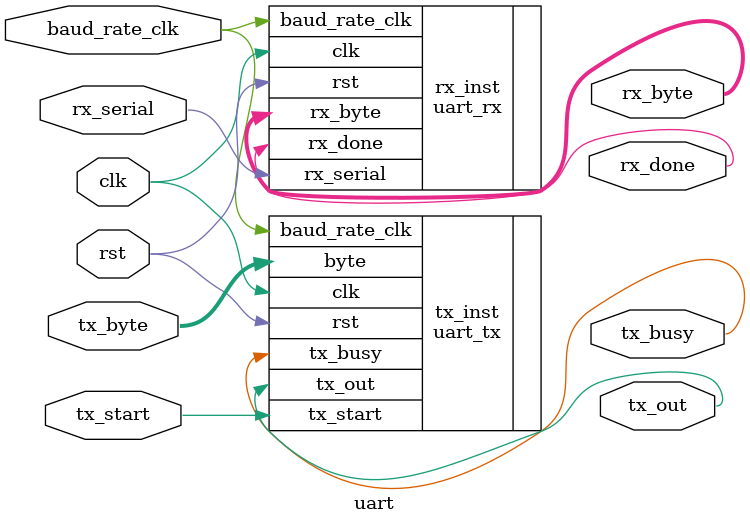
<source format=v>
`timescale 1ns / 1ps
`include "uart_tx.v"
`include "uart_rx.v"
module uart (
    input wire clk,             // System Clock
    input wire rst,             // Reset Signal
    input wire tx_start,        // TX Start Signal
    input wire [7:0] tx_byte,   // Data to Transmit
    input wire rx_serial,       // RX Serial Data Line
    input wire baud_rate_clk,   // Shared Baud Rate Clock
    output wire tx_out,         // UART TX Output
    output wire tx_busy,        // TX Busy Flag
    output wire [7:0] rx_byte,  // Received Data
    output wire rx_done         // RX Done Flag
);

    // Instantiate UART TX Module
    uart_tx tx_inst (
        .clk(clk),
        .rst(rst),
        .tx_start(tx_start),
        .byte(tx_byte),
        .baud_rate_clk(baud_rate_clk),
        .tx_out(tx_out),
        .tx_busy(tx_busy)
    );

    // Instantiate UART RX Module
    uart_rx rx_inst (
        .clk(clk),
        .rst(rst),
        .rx_serial(rx_serial),
        .baud_rate_clk(baud_rate_clk),
        .rx_byte(rx_byte),
        .rx_done(rx_done)
    );

endmodule

</source>
